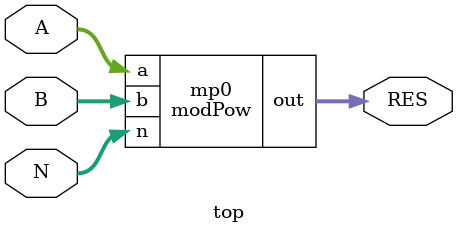
<source format=v>
/*
* Right-To-Left Binary Exponentiation
* This code implements a naive left-to-right
* Modular exponentiation as explained in:
*
* The pseudo-code is the following:
* def modexp_lr(a, b, n):
    r = 1
    for bit in reversed(_bits_of_n(b)):
        r = r * r % n
        if bit == 1:
            r = r * a % n
    return r 

   The body of the loop is implemented using
   The innerPow module while the loop is unrolled
   inside modPow
*/

module innerPow #(parameter IDX=0) (base,exp,modulus,cur_res,result,base_out);
    input [7:0] base, exp,modulus, cur_res;
    output [7:0] base_out, result;
    wire [7:0] b2;
    assign b2 = base % modulus;
    assign result = (exp[IDX] == 1'b1) ? ( (cur_res*b2) % modulus) : cur_res;
    assign base_out = (b2*b2) % modulus;
endmodule


module modPow(a,b,n,out);
    input [7:0] a,b,n;
    output [7:0] out;
    wire [7:0] r0, r1, r2, r3, r4, r5, r6;
    wire [7:0] b0, b1, b2, b3, b4, b5, b6;
    innerPow #(0) p0(a ,b,n,8'b1,r0,b0);
    innerPow #(1) p1(b0,b,n,r0,r1,b1);
    innerPow #(2) p2(b1,b,n,r1,r2,b2);
    innerPow #(3) p3(b2,b,n,r2,r3,b3);
    innerPow #(4) p4(b3,b,n,r3,r4,b4);
    innerPow #(5) p5(b4,b,n,r4,r5,b5);
    innerPow #(6) p6(b5,b,n,r5,r6,b6);
    innerPow #(7) p7(b6,b,n,r6,out,_unused_);
endmodule



module top(A, B,N, RES);  
input  [7:0] A;  
input  [7:0] B;  
input  [7:0] N;  
output [7:0] RES;  
 
  modPow mp0(A,B,N,RES);  
endmodule

</source>
